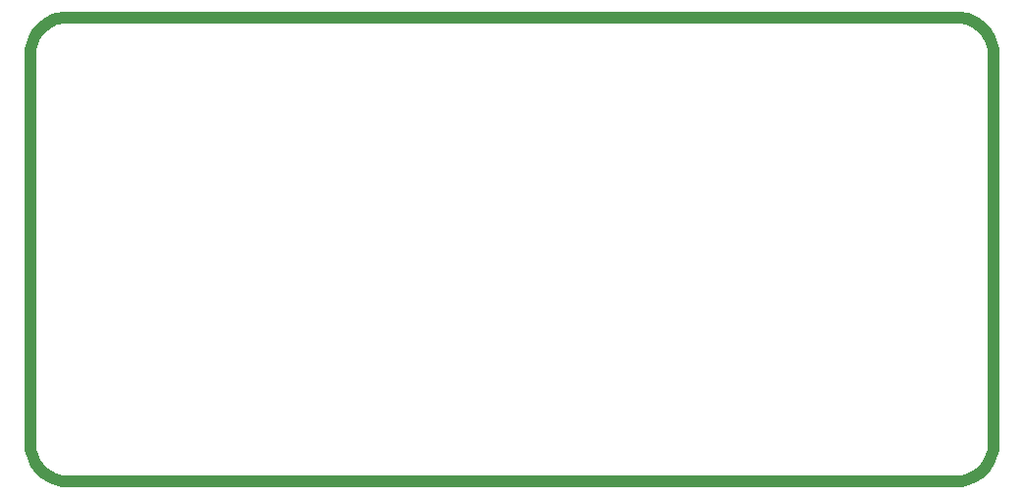
<source format=gko>
G04*
G04 #@! TF.GenerationSoftware,Altium Limited,Altium Designer,23.5.1 (21)*
G04*
G04 Layer_Color=16711935*
%FSLAX25Y25*%
%MOIN*%
G70*
G04*
G04 #@! TF.SameCoordinates,DE79A155-BC9A-472D-AE6B-8F39F035A5D6*
G04*
G04*
G04 #@! TF.FilePolarity,Positive*
G04*
G01*
G75*
%ADD64C,0.03937*%
D64*
X294291Y-11811D02*
X295295Y-11772D01*
X296293Y-11654D01*
X297278Y-11457D01*
X298245Y-11185D01*
X299188Y-10837D01*
X300100Y-10416D01*
X300977Y-9926D01*
X301812Y-9367D01*
X302601Y-8745D01*
X303339Y-8063D01*
X304021Y-7326D01*
X304643Y-6537D01*
X305201Y-5701D01*
X305692Y-4825D01*
X306113Y-3912D01*
X306460Y-2970D01*
X306733Y-2003D01*
X306929Y-1017D01*
X307047Y-20D01*
X307087Y984D01*
X-19685D02*
X-19646Y-20D01*
X-19527Y-1017D01*
X-19331Y-2003D01*
X-19059Y-2970D01*
X-18711Y-3912D01*
X-18291Y-4825D01*
X-17799Y-5701D01*
X-17241Y-6537D01*
X-16619Y-7326D01*
X-15937Y-8063D01*
X-15200Y-8745D01*
X-14411Y-9367D01*
X-13575Y-9926D01*
X-12699Y-10416D01*
X-11786Y-10837D01*
X-10844Y-11185D01*
X-9877Y-11457D01*
X-8891Y-11654D01*
X-7894Y-11772D01*
X-6890Y-11811D01*
Y145669D02*
X-7894Y145630D01*
X-8891Y145512D01*
X-9877Y145316D01*
X-10844Y145043D01*
X-11786Y144695D01*
X-12699Y144275D01*
X-13575Y143784D01*
X-14411Y143226D01*
X-15200Y142604D01*
X-15937Y141922D01*
X-16619Y141184D01*
X-17241Y140395D01*
X-17799Y139559D01*
X-18291Y138683D01*
X-18711Y137771D01*
X-19059Y136828D01*
X-19331Y135861D01*
X-19527Y134876D01*
X-19646Y133878D01*
X-19685Y132874D01*
X307087D02*
X307047Y133878D01*
X306929Y134876D01*
X306733Y135861D01*
X306460Y136828D01*
X306113Y137771D01*
X305692Y138683D01*
X305201Y139559D01*
X304643Y140395D01*
X304021Y141184D01*
X303339Y141922D01*
X302601Y142604D01*
X301812Y143226D01*
X300977Y143784D01*
X300100Y144275D01*
X299188Y144695D01*
X298245Y145043D01*
X297278Y145316D01*
X296293Y145512D01*
X295295Y145630D01*
X294291Y145669D01*
X-6890Y-11811D02*
X295276D01*
X307087Y131890D02*
X307087Y984D01*
X-19685D02*
X-19685Y131890D01*
X-6890Y145669D02*
X294291D01*
M02*

</source>
